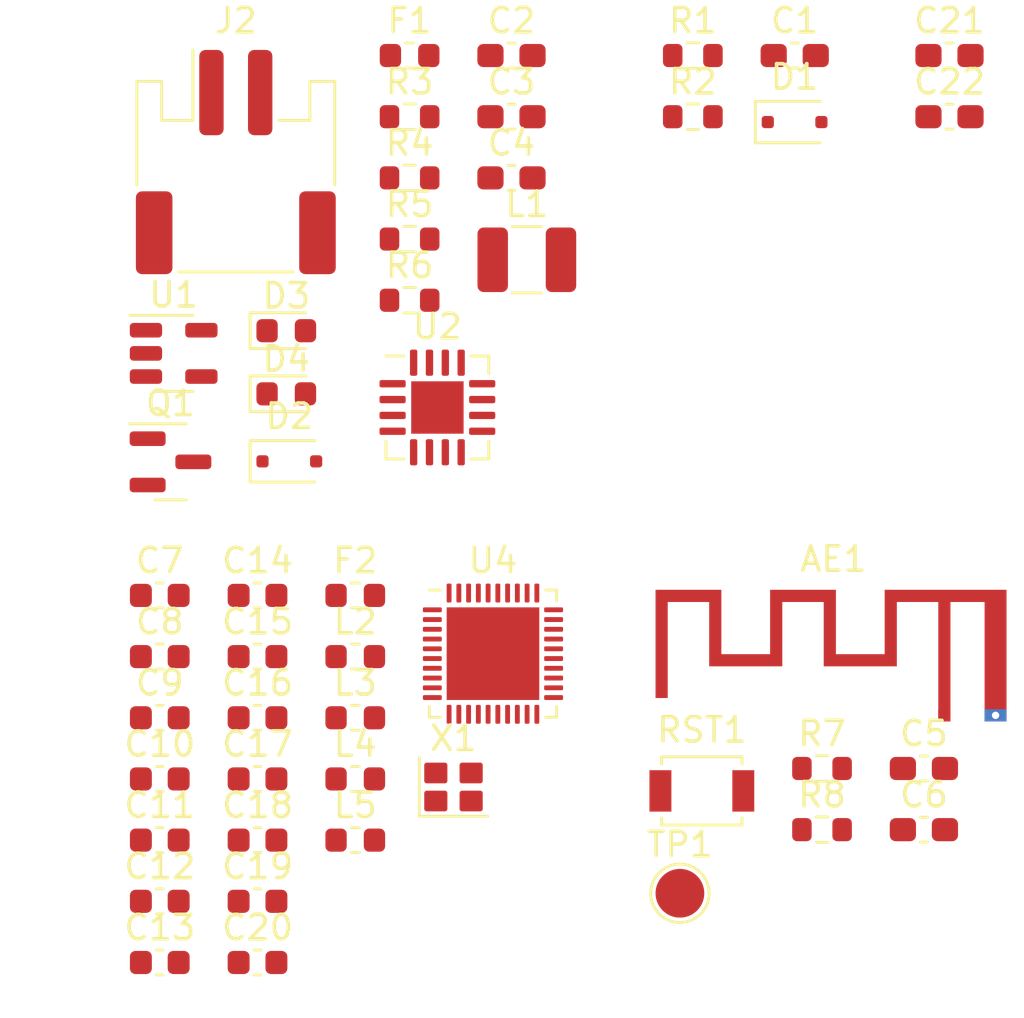
<source format=kicad_pcb>
(kicad_pcb (version 20221018) (generator pcbnew)
  (layers (0 "F.Cu" signal) (31 "B.Cu" signal) (34 "B.Paste" user) (35 "F.Paste" user) (36 "B.SilkS" user "B.Silkscreen") (37 "F.SilkS" user "F.Silkscreen") (38 "B.Mask" user) (39 "F.Mask" user) (44 "Edge.Cuts" user))
  (net 0 "")
  (net 1 "/MCU & Comms/MicroController/RF")
  (net 2 "VBUS")
  (net 3 "GND")
  (net 4 "Net-(U2-TIMER)")
  (net 5 "Net-(U2-SS)")
  (net 6 "BATT+")
  (net 7 "Net-(U3-V3)")
  (net 8 "Net-(U4-DEC1)")
  (net 9 "VDD")
  (net 10 "Net-(U4-DECUSB)")
  (net 11 "Net-(U4-DEC4)")
  (net 12 "Net-(U4-ANT_RF)")
  (net 13 "/MCU & Comms/MicroController/X1+")
  (net 14 "/MCU & Comms/MicroController/X1-")
  (net 15 "Net-(U4-DEC3)")
  (net 16 "Net-(C19-Pad1)")
  (net 17 "Net-(U5-V3)")
  (net 18 "Net-(D2-K)")
  (net 19 "Net-(D3-K)")
  (net 20 "Charge Fault")
  (net 21 "Net-(D4-K)")
  (net 22 "Charge Status")
  (net 23 "Net-(F1-Pad1)")
  (net 24 "VBAT")
  (net 25 "Net-(F2-Pad1)")
  (net 26 "Net-(U2-SW)")
  (net 27 "Net-(U2-SENSE)")
  (net 28 "Net-(L2-Pad2)")
  (net 29 "Net-(U4-DCC)")
  (net 30 "CC1")
  (net 31 "CC2")
  (net 32 "Net-(U2-IDET)")
  (net 33 "/MCU & Comms/MicroController/IO 3")
  (net 34 "/MCU & Comms/MicroController/RST")
  (net 35 "/MCU & Comms/MicroController/IO 5")
  (net 37 "/MCU & Comms/SDA")
  (net 38 "/MCU & Comms/SCL")
  (net 39 "DATA-")
  (net 40 "DATA+")
  (net 49 "/MCU & Comms/MicroController/IO 6")
  (footprint "Capacitor_SMD:C_0603_1608Metric_Pad1.08x0.95mm_HandSolder" (layer "F.Cu") (at 129.9475 69.372)
    (fp_text reference "C5" (at 0 -1.43) (layer "F.SilkS"))
    (fp_text value "C")
    (fp_line (start -0.146267 -0.51) (end 0.146267 -0.51) (stroke (width 0.12)) (layer "F.SilkS"))
    (fp_line (start -0.146267 0.51) (end 0.146267 0.51) (stroke (width 0.12)) (layer "F.SilkS"))
    (pad "1" smd roundrect (at -0.8625 0) (size 1.075 0.95) (layers "F.Cu" "F.Paste" "F.Mask") (net 7 "Net-(U3-V3)"))
    (pad "2" smd roundrect (at 0.8625 0) (size 1.075 0.95) (layers "F.Cu" "F.Paste" "F.Mask") (net 3 "GND"))
  )
  (footprint "LED_SMD:LED_0603_1608Metric" (layer "F.Cu") (at 103.7875 54.002)
    (fp_text reference "D4" (at 0 -1.43) (layer "F.SilkS"))
    (fp_text value "PLED")
    (fp_line (start -1.485 -0.735) (end -1.485 0.735) (stroke (width 0.12)) (layer "F.SilkS"))
    (fp_line (start -1.485 0.735) (end 0.8 0.735) (stroke (width 0.12)) (layer "F.SilkS"))
    (fp_line (start 0.8 -0.735) (end -1.485 -0.735) (stroke (width 0.12)) (layer "F.SilkS"))
    (pad "1" smd roundrect (at -0.7875 0) (size 0.875 0.95) (layers "F.Cu" "F.Paste" "F.Mask") (net 21 "Net-(D4-K)"))
    (pad "2" smd roundrect (at 0.7875 0) (size 0.875 0.95) (layers "F.Cu" "F.Paste" "F.Mask") (net 22 "Charge Status"))
  )
  (footprint "RF_Antenna:Texas_SWRA117D_2.4GHz_Left" (layer "F.Cu") (at 130.7875 67.192)
    (fp_text reference "AE1" (at -4.55 -6.41) (layer "F.SilkS"))
    (fp_text value "Antenna")
    (fp_poly (pts (xy -2.45 -2.51) (xy -4.45 -2.51) (xy -4.45 -5.15) (xy -7.15 -5.15) (xy -7.15 -2.51) (xy -9.15 -2.51) (xy -9.15 -5.15) (xy -11.85 -5.15) (xy -11.85 -0.71) (xy -11.35 -0.71) (xy -11.35 -4.65) (xy -9.65 -4.65) (xy -9.65 -2.01) (xy -6.65 -2.01) (xy -6.65 -4.65) (xy -4.95 -4.65) (xy -4.95 -2.01) (xy -1.95 -2.01) (xy -1.95 -4.65) (xy -0.25 -4.65) (xy -0.25 0.25) (xy 0.25 0.25) (xy 0.25 -4.65) (xy 1.65 -4.65) (xy 1.65 0.25) (xy 2.55 0.25) (xy 2.55 0.006785) (xy 2.247583 0.006785) (xy 2.237742 0.054395) (xy 2.213674 0.096797) (xy 2.175731 0.129581) (xy 2.167819 0.133935) (xy 2.125156 0.146043) (xy 2.076637 0.1453) (xy 2.031122 0.1324) (xy 2.012511 0.121787) (xy 1.978868 0.086553) (xy 1.958309 0.041368) (xy 1.951778 -0.008158) (xy 1.960218 -0.056417) (xy 1.977112 -0.088643) (xy 2.012372 -0.121313) (xy 2.057682 -0.141408) (xy 2.107267 -0.147982) (xy 2.155353 -0.140092) (xy 2.188245 -0.123186) (xy 2.223185 -0.086416) (xy 2.242847 -0.041622) (xy 2.247583 0.006785) (xy 2.55 0.006785) (xy 2.55 -5.15) (xy -2.45 -5.15) (xy -2.45 -2.51)) (fill solid) (layer "F.Cu"))
    (pad "1" connect rect (at 0 0) (size 0.5 0.5) (layers "F.Cu") (net 1 "/MCU & Comms/MicroController/RF"))
    (pad "2" thru_hole rect (at 2.1 0) (size 0.9 0.5) (drill 0.3) (layers "*.Cu"))
  )
  (footprint "Capacitor_SMD:C_0603_1608Metric_Pad1.08x0.95mm_HandSolder" (layer "F.Cu") (at 129.9475 71.882)
    (fp_text reference "C6" (at 0 -1.43) (layer "F.SilkS"))
    (fp_text value "C")
    (fp_line (start -0.146267 -0.51) (end 0.146267 -0.51) (stroke (width 0.12)) (layer "F.SilkS"))
    (fp_line (start -0.146267 0.51) (end 0.146267 0.51) (stroke (width 0.12)) (layer "F.SilkS"))
    (pad "1" smd roundrect (at -0.8625 0) (size 1.075 0.95) (layers "F.Cu" "F.Paste" "F.Mask") (net 2 "VBUS"))
    (pad "2" smd roundrect (at 0.8625 0) (size 1.075 0.95) (layers "F.Cu" "F.Paste" "F.Mask") (net 3 "GND"))
  )
  (footprint "Resistor_SMD:R_0603_1608Metric" (layer "F.Cu") (at 108.8475 47.652)
    (fp_text reference "R5" (at 0 -1.43) (layer "F.SilkS"))
    (fp_text value "1k")
    (fp_line (start -0.237258 -0.5225) (end 0.237258 -0.5225) (stroke (width 0.12)) (layer "F.SilkS"))
    (fp_line (start -0.237258 0.5225) (end 0.237258 0.5225) (stroke (width 0.12)) (layer "F.SilkS"))
    (pad "1" smd roundrect (at -0.825 0) (size 0.8 0.95) (layers "F.Cu" "F.Paste" "F.Mask") (net 21 "Net-(D4-K)"))
    (pad "2" smd roundrect (at 0.825 0) (size 0.8 0.95) (layers "F.Cu" "F.Paste" "F.Mask") (net 24 "VBAT"))
  )
  (footprint "Capacitor_SMD:C_0603_1608Metric" (layer "F.Cu") (at 98.5975 72.312)
    (fp_text reference "C11" (at 0 -1.43) (layer "F.SilkS"))
    (fp_text value "4.7µ")
    (fp_line (start -0.14058 -0.51) (end 0.14058 -0.51) (stroke (width 0.12)) (layer "F.SilkS"))
    (fp_line (start -0.14058 0.51) (end 0.14058 0.51) (stroke (width 0.12)) (layer "F.SilkS"))
    (pad "1" smd roundrect (at -0.775 0) (size 0.9 0.95) (layers "F.Cu" "F.Paste" "F.Mask") (net 10 "Net-(U4-DECUSB)"))
    (pad "2" smd roundrect (at 0.775 0) (size 0.9 0.95) (layers "F.Cu" "F.Paste" "F.Mask") (net 3 "GND"))
  )
  (footprint "Button_Switch_SMD:SW_SPST_B3U-1000P" (layer "F.Cu") (at 120.8375 70.292)
    (fp_text reference "RST1" (at 0 -2.5) (layer "F.SilkS"))
    (fp_text value "Jumper_2_Open")
    (fp_line (start -1.65 -1.4) (end 1.65 -1.4) (stroke (width 0.12)) (layer "F.SilkS"))
    (fp_line (start -1.65 -1.1) (end -1.65 -1.4) (stroke (width 0.12)) (layer "F.SilkS"))
    (fp_line (start -1.65 1.1) (end -1.65 1.4) (stroke (width 0.12)) (layer "F.SilkS"))
    (fp_line (start -1.65 1.4) (end 1.65 1.4) (stroke (width 0.12)) (layer "F.SilkS"))
    (fp_line (start 1.65 -1.4) (end 1.65 -1.1) (stroke (width 0.12)) (layer "F.SilkS"))
    (fp_line (start 1.65 1.4) (end 1.65 1.1) (stroke (width 0.12)) (layer "F.SilkS"))
    (pad "1" smd rect (at -1.7 0) (size 0.9 1.7) (layers "F.Cu" "F.Paste" "F.Mask") (net 3 "GND"))
    (pad "2" smd rect (at 1.7 0) (size 0.9 1.7) (layers "F.Cu" "F.Paste" "F.Mask") (net 34 "/MCU & Comms/MicroController/RST"))
  )
  (footprint "Capacitor_SMD:C_0603_1608Metric" (layer "F.Cu") (at 102.6075 69.802)
    (fp_text reference "C17" (at 0 -1.43) (layer "F.SilkS"))
    (fp_text value "12p ±2%")
    (fp_line (start -0.14058 -0.51) (end 0.14058 -0.51) (stroke (width 0.12)) (layer "F.SilkS"))
    (fp_line (start -0.14058 0.51) (end 0.14058 0.51) (stroke (width 0.12)) (layer "F.SilkS"))
    (pad "1" smd roundrect (at -0.775 0) (size 0.9 0.95) (layers "F.Cu" "F.Paste" "F.Mask") (net 14 "/MCU & Comms/MicroController/X1-"))
    (pad "2" smd roundrect (at 0.775 0) (size 0.9 0.95) (layers "F.Cu" "F.Paste" "F.Mask") (net 3 "GND"))
  )
  (footprint "Package_TO_SOT_SMD:SOT-23" (layer "F.Cu") (at 99.0375 56.792)
    (fp_text reference "Q1" (at 0 -2.4) (layer "F.SilkS"))
    (fp_text value "AO3421E\n")
    (fp_line (start 0 -1.56) (end -1.675 -1.56) (stroke (width 0.12)) (layer "F.SilkS"))
    (fp_line (start 0 -1.56) (end 0.65 -1.56) (stroke (width 0.12)) (layer "F.SilkS"))
    (fp_line (start 0 1.56) (end -0.65 1.56) (stroke (width 0.12)) (layer "F.SilkS"))
    (fp_line (start 0 1.56) (end 0.65 1.56) (stroke (width 0.12)) (layer "F.SilkS"))
    (pad "1" smd roundrect (at -0.9375 -0.95) (size 1.475 0.6) (layers "F.Cu" "F.Paste" "F.Mask") (net 2 "VBUS"))
    (pad "2" smd roundrect (at -0.9375 0.95) (size 1.475 0.6) (layers "F.Cu" "F.Paste" "F.Mask") (net 18 "Net-(D2-K)"))
    (pad "3" smd roundrect (at 0.9375 0) (size 1.475 0.6) (layers "F.Cu" "F.Paste" "F.Mask") (net 6 "BATT+"))
  )
  (footprint "Fuse:Fuse_0603_1608Metric" (layer "F.Cu") (at 108.8475 40.122)
    (fp_text reference "F1" (at 0 -1.43) (layer "F.SilkS"))
    (fp_text value "3A")
    (fp_line (start -0.162779 -0.51) (end 0.162779 -0.51) (stroke (width 0.12)) (layer "F.SilkS"))
    (fp_line (start -0.162779 0.51) (end 0.162779 0.51) (stroke (width 0.12)) (layer "F.SilkS"))
    (pad "1" smd roundrect (at -0.7875 0) (size 0.875 0.95) (layers "F.Cu" "F.Paste" "F.Mask") (net 23 "Net-(F1-Pad1)"))
    (pad "2" smd roundrect (at 0.7875 0) (size 0.875 0.95) (layers "F.Cu" "F.Paste" "F.Mask") (net 24 "VBAT"))
  )
  (footprint "Resistor_SMD:R_0603_1608Metric" (layer "F.Cu") (at 120.4675 42.632)
    (fp_text reference "R2" (at 0 -1.43) (layer "F.SilkS"))
    (fp_text value "5.1K")
    (fp_line (start -0.237258 -0.5225) (end 0.237258 -0.5225) (stroke (width 0.12)) (layer "F.SilkS"))
    (fp_line (start -0.237258 0.5225) (end 0.237258 0.5225) (stroke (width 0.12)) (layer "F.SilkS"))
    (pad "1" smd roundrect (at -0.825 0) (size 0.8 0.95) (layers "F.Cu" "F.Paste" "F.Mask") (net 31 "CC2"))
    (pad "2" smd roundrect (at 0.825 0) (size 0.8 0.95) (layers "F.Cu" "F.Paste" "F.Mask") (net 3 "GND"))
  )
  (footprint "Capacitor_SMD:C_0603_1608Metric" (layer "F.Cu") (at 102.6075 74.822)
    (fp_text reference "C19" (at 0 -1.43) (layer "F.SilkS"))
    (fp_text value "1.2p ±5%")
    (fp_line (start -0.14058 -0.51) (end 0.14058 -0.51) (stroke (width 0.12)) (layer "F.SilkS"))
    (fp_line (start -0.14058 0.51) (end 0.14058 0.51) (stroke (width 0.12)) (layer "F.SilkS"))
    (pad "1" smd roundrect (at -0.775 0) (size 0.9 0.95) (layers "F.Cu" "F.Paste" "F.Mask") (net 16 "Net-(C19-Pad1)"))
    (pad "2" smd roundrect (at 0.775 0) (size 0.9 0.95) (layers "F.Cu" "F.Paste" "F.Mask") (net 3 "GND"))
  )
  (footprint "Resistor_SMD:R_0603_1608Metric" (layer "F.Cu") (at 108.8475 42.632)
    (fp_text reference "R3" (at 0 -1.43) (layer "F.SilkS"))
    (fp_text value "100K")
    (fp_line (start -0.237258 -0.5225) (end 0.237258 -0.5225) (stroke (width 0.12)) (layer "F.SilkS"))
    (fp_line (start -0.237258 0.5225) (end 0.237258 0.5225) (stroke (width 0.12)) (layer "F.SilkS"))
    (pad "1" smd roundrect (at -0.825 0) (size 0.8 0.95) (layers "F.Cu" "F.Paste" "F.Mask") (net 2 "VBUS"))
    (pad "2" smd roundrect (at 0.825 0) (size 0.8 0.95) (layers "F.Cu" "F.Paste" "F.Mask") (net 3 "GND"))
  )
  (footprint "Capacitor_SMD:C_0603_1608Metric_Pad1.08x0.95mm_HandSolder" (layer "F.Cu") (at 130.9975 40.122)
    (fp_text reference "C21" (at 0 -1.43) (layer "F.SilkS"))
    (fp_text value "C")
    (fp_line (start -0.146267 -0.51) (end 0.146267 -0.51) (stroke (width 0.12)) (layer "F.SilkS"))
    (fp_line (start -0.146267 0.51) (end 0.146267 0.51) (stroke (width 0.12)) (layer "F.SilkS"))
    (pad "1" smd roundrect (at -0.8625 0) (size 1.075 0.95) (layers "F.Cu" "F.Paste" "F.Mask") (net 17 "Net-(U5-V3)"))
    (pad "2" smd roundrect (at 0.8625 0) (size 1.075 0.95) (layers "F.Cu" "F.Paste" "F.Mask") (net 3 "GND"))
  )
  (footprint "Inductor_SMD:L_0603_1608Metric" (layer "F.Cu") (at 106.6175 67.292)
    (fp_text reference "L3" (at 0 -1.43) (layer "F.SilkS"))
    (fp_text value "10µ")
    (fp_line (start -0.162779 -0.51) (end 0.162779 -0.51) (stroke (width 0.12)) (layer "F.SilkS"))
    (fp_line (start -0.162779 0.51) (end 0.162779 0.51) (stroke (width 0.12)) (layer "F.SilkS"))
    (pad "1" smd roundrect (at -0.7875 0) (size 0.875 0.95) (layers "F.Cu" "F.Paste" "F.Mask") (net 28 "Net-(L2-Pad2)"))
    (pad "2" smd roundrect (at 0.7875 0) (size 0.875 0.95) (layers "F.Cu" "F.Paste" "F.Mask") (net 29 "Net-(U4-DCC)"))
  )
  (footprint "Capacitor_SMD:C_0603_1608Metric" (layer "F.Cu") (at 98.5975 64.782)
    (fp_text reference "C8" (at 0 -1.43) (layer "F.SilkS"))
    (fp_text value "4.7µ")
    (fp_line (start -0.14058 -0.51) (end 0.14058 -0.51) (stroke (width 0.12)) (layer "F.SilkS"))
    (fp_line (start -0.14058 0.51) (end 0.14058 0.51) (stroke (width 0.12)) (layer "F.SilkS"))
    (pad "1" smd roundrect (at -0.775 0) (size 0.9 0.95) (layers "F.Cu" "F.Paste" "F.Mask") (net 9 "VDD"))
    (pad "2" smd roundrect (at 0.775 0) (size 0.9 0.95) (layers "F.Cu" "F.Paste" "F.Mask") (net 3 "GND"))
  )
  (footprint "Capacitor_SMD:C_0603_1608Metric" (layer "F.Cu") (at 98.5975 69.802)
    (fp_text reference "C10" (at 0 -1.43) (layer "F.SilkS"))
    (fp_text value "1µ")
    (fp_line (start -0.14058 -0.51) (end 0.14058 -0.51) (stroke (width 0.12)) (layer "F.SilkS"))
    (fp_line (start -0.14058 0.51) (end 0.14058 0.51) (stroke (width 0.12)) (layer "F.SilkS"))
    (pad "1" smd roundrect (at -0.775 0) (size 0.9 0.95) (layers "F.Cu" "F.Paste" "F.Mask") (net 9 "VDD"))
    (pad "2" smd roundrect (at 0.775 0) (size 0.9 0.95) (layers "F.Cu" "F.Paste" "F.Mask") (net 3 "GND"))
  )
  (footprint "Inductor_SMD:L_0603_1608Metric" (layer "F.Cu") (at 106.6175 64.782)
    (fp_text reference "L2" (at 0 -1.43) (layer "F.SilkS"))
    (fp_text value "15n")
    (fp_line (start -0.162779 -0.51) (end 0.162779 -0.51) (stroke (width 0.12)) (layer "F.SilkS"))
    (fp_line (start -0.162779 0.51) (end 0.162779 0.51) (stroke (width 0.12)) (layer "F.SilkS"))
    (pad "1" smd roundrect (at -0.7875 0) (size 0.875 0.95) (layers "F.Cu" "F.Paste" "F.Mask") (net 11 "Net-(U4-DEC4)"))
    (pad "2" smd roundrect (at 0.7875 0) (size 0.875 0.95) (layers "F.Cu" "F.Paste" "F.Mask") (net 28 "Net-(L2-Pad2)"))
  )
  (footprint "Capacitor_SMD:C_0603_1608Metric" (layer "F.Cu") (at 98.5975 62.272)
    (fp_text reference "C7" (at 0 -1.43) (layer "F.SilkS"))
    (fp_text value "100n")
    (fp_line (start -0.14058 -0.51) (end 0.14058 -0.51) (stroke (width 0.12)) (layer "F.SilkS"))
    (fp_line (start -0.14058 0.51) (end 0.14058 0.51) (stroke (width 0.12)) (layer "F.SilkS"))
    (pad "1" smd roundrect (at -0.775 0) (size 0.9 0.95) (layers "F.Cu" "F.Paste" "F.Mask") (net 8 "Net-(U4-DEC1)"))
    (pad "2" smd roundrect (at 0.775 0) (size 0.9 0.95) (layers "F.Cu" "F.Paste" "F.Mask") (net 3 "GND"))
  )
  (footprint "Capacitor_SMD:C_0603_1608Metric_Pad1.08x0.95mm_HandSolder" (layer "F.Cu") (at 124.6475 40.122)
    (fp_text reference "C1" (at 0 -1.43) (layer "F.SilkS"))
    (fp_text value "10uF")
    (fp_line (start -0.146267 -0.51) (end 0.146267 -0.51) (stroke (width 0.12)) (layer "F.SilkS"))
    (fp_line (start -0.146267 0.51) (end 0.146267 0.51) (stroke (width 0.12)) (layer "F.SilkS"))
    (pad "1" smd roundrect (at -0.8625 0) (size 1.075 0.95) (layers "F.Cu" "F.Paste" "F.Mask") (net 2 "VBUS"))
    (pad "2" smd roundrect (at 0.8625 0) (size 1.075 0.95) (layers "F.Cu" "F.Paste" "F.Mask") (net 3 "GND"))
  )
  (footprint "Capacitor_SMD:C_0603_1608Metric" (layer "F.Cu") (at 102.6075 67.292)
    (fp_text reference "C16" (at 0 -1.43) (layer "F.SilkS"))
    (fp_text value "12p ±2%")
    (fp_line (start -0.14058 -0.51) (end 0.14058 -0.51) (stroke (width 0.12)) (layer "F.SilkS"))
    (fp_line (start -0.14058 0.51) (end 0.14058 0.51) (stroke (width 0.12)) (layer "F.SilkS"))
    (pad "1" smd roundrect (at -0.775 0) (size 0.9 0.95) (layers "F.Cu" "F.Paste" "F.Mask") (net 13 "/MCU & Comms/MicroController/X1+"))
    (pad "2" smd roundrect (at 0.775 0) (size 0.9 0.95) (layers "F.Cu" "F.Paste" "F.Mask") (net 3 "GND"))
  )
  (footprint "Resistor_SMD:R_0603_1608Metric" (layer "F.Cu") (at 120.4675 40.122)
    (fp_text reference "R1" (at 0 -1.43) (layer "F.SilkS"))
    (fp_text value "5.1K")
    (fp_line (start -0.237258 -0.5225) (end 0.237258 -0.5225) (stroke (width 0.12)) (layer "F.SilkS"))
    (fp_line (start -0.237258 0.5225) (end 0.237258 0.5225) (stroke (width 0.12)) (layer "F.SilkS"))
    (pad "1" smd roundrect (at -0.825 0) (size 0.8 0.95) (layers "F.Cu" "F.Paste" "F.Mask") (net 30 "CC1"))
    (pad "2" smd roundrect (at 0.825 0) (size 0.8 0.95) (layers "F.Cu" "F.Paste" "F.Mask") (net 3 "GND"))
  )
  (footprint "Package_TO_SOT_SMD:SOT-23-5" (layer "F.Cu") (at 99.1675 52.342)
    (fp_text reference "U1" (at 0 -2.4) (layer "F.SilkS"))
    (fp_text value "AP2112K-3.3TRG1\n")
    (fp_line (start 0 -1.56) (end -1.8 -1.56) (stroke (width 0.12)) (layer "F.SilkS"))
    (fp_line (start 0 -1.56) (end 0.8 -1.56) (stroke (width 0.12)) (layer "F.SilkS"))
    (fp_line (start 0 1.56) (end -0.8 1.56) (stroke (width 0.12)) (layer "F.SilkS"))
    (fp_line (start 0 1.56) (end 0.8 1.56) (stroke (width 0.12)) (layer "F.SilkS"))
    (pad "1" smd roundrect (at -1.1375 -0.95) (size 1.325 0.6) (layers "F.Cu" "F.Paste" "F.Mask") (net 18 "Net-(D2-K)"))
    (pad "2" smd roundrect (at -1.1375 0) (size 1.325 0.6) (layers "F.Cu" "F.Paste" "F.Mask") (net 3 "GND"))
    (pad "3" smd roundrect (at -1.1375 0.95) (size 1.325 0.6) (layers "F.Cu" "F.Paste" "F.Mask") (net 18 "Net-(D2-K)"))
    (pad "4" smd roundrect (at 1.1375 0.95) (size 1.325 0.6) (layers "F.Cu" "F.Paste" "F.Mask"))
    (pad "5" smd roundrect (at 1.1375 -0.95) (size 1.325 0.6) (layers "F.Cu" "F.Paste" "F.Mask") (net 9 "VDD"))
  )
  (footprint "Diode_SMD:D_SOD-323F" (layer "F.Cu") (at 124.6425 42.852)
    (fp_text reference "D1" (at 0 -1.85) (layer "F.SilkS"))
    (fp_text value "BZT52C5V6S-7-F")
    (fp_line (start -1.61 -0.85) (end -1.61 0.85) (stroke (width 0.12)) (layer "F.SilkS"))
    (fp_line (start -1.61 -0.85) (end 1.05 -0.85) (stroke (width 0.12)) (layer "F.SilkS"))
    (fp_line (start -1.61 0.85) (end 1.05 0.85) (stroke (width 0.12)) (layer "F.SilkS"))
    (pad "1" smd roundrect (at -1.1 0) (size 0.5 0.5) (layers "F.Cu" "F.Paste" "F.Mask") (net 2 "VBUS"))
    (pad "2" smd roundrect (at 1.1 0) (size 0.5 0.5) (layers "F.Cu" "F.Paste" "F.Mask") (net 3 "GND"))
  )
  (footprint "Resistor_SMD:R_0603_1608Metric" (layer "F.Cu") (at 108.8475 50.162)
    (fp_text reference "R6" (at 0 -1.43) (layer "F.SilkS"))
    (fp_text value "274")
    (fp_line (start -0.237258 -0.5225) (end 0.237258 -0.5225) (stroke (width 0.12)) (layer "F.SilkS"))
    (fp_line (start -0.237258 0.5225) (end 0.237258 0.5225) (stroke (width 0.12)) (layer "F.SilkS"))
    (pad "1" smd roundrect (at -0.825 0) (size 0.8 0.95) (layers "F.Cu" "F.Paste" "F.Mask") (net 32 "Net-(U2-IDET)"))
    (pad "2" smd roundrect (at 0.825 0) (size 0.8 0.95) (layers "F.Cu" "F.Paste" "F.Mask") (net 3 "GND"))
  )
  (footprint "Capacitor_SMD:C_0603_1608Metric_Pad1.08x0.95mm_HandSolder" (layer "F.Cu") (at 113.0275 40.122)
    (fp_text reference "C2" (at 0 -1.43) (layer "F.SilkS"))
    (fp_text value "0.22µ")
    (fp_line (start -0.146267 -0.51) (end 0.146267 -0.51) (stroke (width 0.12)) (layer "F.SilkS"))
    (fp_line (start -0.146267 0.51) (end 0.146267 0.51) (stroke (width 0.12)) (layer "F.SilkS"))
    (pad "1" smd roundrect (at -0.8625 0) (size 1.075 0.95) (layers "F.Cu" "F.Paste" "F.Mask") (net 3 "GND"))
    (pad "2" smd roundrect (at 0.8625 0) (size 1.075 0.95) (layers "F.Cu" "F.Paste" "F.Mask") (net 4 "Net-(U2-TIMER)"))
  )
  (footprint "Capacitor_SMD:C_0603_1608Metric" (layer "F.Cu") (at 102.6075 62.272)
    (fp_text reference "C14" (at 0 -1.43) (layer "F.SilkS"))
    (fp_text value "1p ±2%")
    (fp_line (start -0.14058 -0.51) (end 0.14058 -0.51) (stroke (width 0.12)) (layer "F.SilkS"))
    (fp_line (start -0.14058 0.51) (end 0.14058 0.51) (stroke (width 0.12)) (layer "F.SilkS"))
    (pad "1" smd roundrect (at -0.775 0) (size 0.9 0.95) (layers "F.Cu" "F.Paste" "F.Mask") (net 12 "Net-(U4-ANT_RF)"))
    (pad "2" smd roundrect (at 0.775 0) (size 0.9 0.95) (layers "F.Cu" "F.Paste" "F.Mask") (net 3 "GND"))
  )
  (footprint "Capacitor_SMD:C_0603_1608Metric" (layer "F.Cu") (at 102.6075 77.332)
    (fp_text reference "C20" (at 0 -1.43) (layer "F.SilkS"))
    (fp_text value "100n")
    (fp_line (start -0.14058 -0.51) (end 0.14058 -0.51) (stroke (width 0.12)) (layer "F.SilkS"))
    (fp_line (start -0.14058 0.51) (end 0.14058 0.51) (stroke (width 0.12)) (layer "F.SilkS"))
    (pad "1" smd roundrect (at -0.775 0) (size 0.9 0.95) (layers "F.Cu" "F.Paste" "F.Mask") (net 9 "VDD"))
    (pad "2" smd roundrect (at 0.775 0) (size 0.9 0.95) (layers "F.Cu" "F.Paste" "F.Mask") (net 3 "GND"))
  )
  (footprint "Crystal:Crystal_SMD_SeikoEpson_FA128-4Pin_2.0x1.6mm" (layer "F.Cu") (at 110.6475 70.132)
    (fp_text reference "X1" (at 0 -2) (layer "F.SilkS"))
    (fp_text value "32MHz ±40 ppm")
    (fp_line (start -1.4 -1.2) (end -1.4 1.2) (stroke (width 0.12)) (layer "F.SilkS"))
    (fp_line (start -1.4 1.2) (end 1.4 1.2) (stroke (width 0.12)) (layer "F.SilkS"))
    (pad "1" smd roundrect (at -0.725 0.575) (size 0.95 0.85) (layers "F.Cu" "F.Paste" "F.Mask") (roundrect_rratio 0.12) (net 14 "/MCU & Comms/MicroController/X1-"))
    (pad "2" smd roundrect (at 0.725 0.575) (size 0.95 0.85) (layers "F.Cu" "F.Paste" "F.Mask") (roundrect_rratio 0.12) (net 13 "/MCU & Comms/MicroController/X1+"))
    (pad "3" smd roundrect (at 0.725 -0.575) (size 0.95 0.85) (layers "F.Cu" "F.Paste" "F.Mask") (roundrect_rratio 0.12))
    (pad "4" smd roundrect (at -0.725 -0.575) (size 0.95 0.85) (layers "F.Cu" "F.Paste" "F.Mask") (roundrect_rratio 0.12))
  )
  (footprint "Capacitor_SMD:C_0603_1608Metric" (layer "F.Cu") (at 98.5975 74.822)
    (fp_text reference "C12" (at 0 -1.43) (layer "F.SilkS"))
    (fp_text value "1µ")
    (fp_line (start -0.14058 -0.51) (end 0.14058 -0.51) (stroke (width 0.12)) (layer "F.SilkS"))
    (fp_line (start -0.14058 0.51) (end 0.14058 0.51) (stroke (width 0.12)) (layer "F.SilkS"))
    (pad "1" smd roundrect (at -0.775 0) (size 0.9 0.95) (layers "F.Cu" "F.Paste" "F.Mask") (net 11 "Net-(U4-DEC4)"))
    (pad "2" smd roundrect (at 0.775 0) (size 0.9 0.95) (layers "F.Cu" "F.Paste" "F.Mask") (net 3 "GND"))
  )
  (footprint "Resistor_SMD:R_0603_1608Metric" (layer "F.Cu") (at 108.8475 45.142)
    (fp_text reference "R4" (at 0 -1.43) (layer "F.SilkS"))
    (fp_text value "470")
    (fp_line (start -0.237258 -0.5225) (end 0.237258 -0.5225) (stroke (width 0.12)) (layer "F.SilkS"))
    (fp_line (start -0.237258 0.5225) (end 0.237258 0.5225) (stroke (width 0.12)) (layer "F.SilkS"))
    (pad "1" smd roundrect (at -0.825 0) (size 0.8 0.95) (layers "F.Cu" "F.Paste" "F.Mask") (net 19 "Net-(D3-K)"))
    (pad "2" smd roundrect (at 0.825 0) (size 0.8 0.95) (layers "F.Cu" "F.Paste" "F.Mask") (net 3 "GND"))
  )
  (footprint "Inductor_SMD:L_0603_1608Metric" (layer "F.Cu") (at 106.6175 69.802)
    (fp_text reference "L4" (at 0 -1.43) (layer "F.SilkS"))
    (fp_text value "4.7n ±5%")
    (fp_line (start -0.162779 -0.51) (end 0.162779 -0.51) (stroke (width 0.12)) (layer "F.SilkS"))
    (fp_line (start -0.162779 0.51) (end 0.162779 0.51) (stroke (width 0.12)) (layer "F.SilkS"))
    (pad "1" smd roundrect (at -0.7875 0) (size 0.875 0.95) (layers "F.Cu" "F.Paste" "F.Mask") (net 12 "Net-(U4-ANT_RF)"))
    (pad "2" smd roundrect (at 0.7875 0) (size 0.875 0.95) (layers "F.Cu" "F.Paste" "F.Mask") (net 16 "Net-(C19-Pad1)"))
  )
  (footprint "Capacitor_SMD:C_0603_1608Metric_Pad1.08x0.95mm_HandSolder" (layer "F.Cu") (at 113.0275 42.632)
    (fp_text reference "C3" (at 0 -1.43) (layer "F.SilkS"))
    (fp_text value "0.1µ")
    (fp_line (start -0.146267 -0.51) (end 0.146267 -0.51) (stroke (width 0.12)) (layer "F.SilkS"))
    (fp_line (start -0.146267 0.51) (end 0.146267 0.51) (stroke (width 0.12)) (layer "F.SilkS"))
    (pad "1" smd roundrect (at -0.8625 0) (size 1.075 0.95) (layers "F.Cu" "F.Paste" "F.Mask") (net 3 "GND"))
    (pad "2" smd roundrect (at 0.8625 0) (size 1.075 0.95) (layers "F.Cu" "F.Paste" "F.Mask") (net 5 "Net-(U2-SS)"))
  )
  (footprint "TestPoint:TestPoint_Pad_D2.0mm" (layer "F.Cu") (at 119.9375 74.492)
    (fp_text reference "TP1" (at 0 -1.998) (layer "F.SilkS"))
    (fp_text value "TestPoint")
    (fp_circle (center 0 0) (end 0 1.2) (stroke (width 0.12)) (fill none) (layer "F.SilkS"))
    (pad "1" smd circle (at 0 0) (size 2 2) (layers "F.Cu" "F.Mask") (net 35 "/MCU & Comms/MicroController/IO 5"))
  )
  (footprint "Package_DFN_QFN:QFN-16-1EP_4x4mm_P0.65mm_EP2.15x2.15mm" (layer "F.Cu") (at 109.9875 54.562)
    (fp_text reference "U2" (at 0 -3.32) (layer "F.SilkS"))
    (fp_text value "LTC4001EUF#TRPBF\n")
    (fp_line (start -2.11 2.11) (end -2.11 1.385) (stroke (width 0.12)) (layer "F.SilkS"))
    (fp_line (start -1.385 -2.11) (end -2.11 -2.11) (stroke (width 0.12)) (layer "F.SilkS"))
    (fp_line (start -1.385 2.11) (end -2.11 2.11) (stroke (width 0.12)) (layer "F.SilkS"))
    (fp_line (start 1.385 -2.11) (end 2.11 -2.11) (stroke (width 0.12)) (layer "F.SilkS"))
    (fp_line (start 1.385 2.11) (end 2.11 2.11) (stroke (width 0.12)) (layer "F.SilkS"))
    (fp_line (start 2.11 -2.11) (end 2.11 -1.385) (stroke (width 0.12)) (layer "F.SilkS"))
    (fp_line (start 2.11 2.11) (end 2.11 1.385) (stroke (width 0.12)) (layer "F.SilkS"))
    (pad "1" smd roundrect (at -1.8375 -0.975) (size 1.075 0.3) (layers "F.Cu" "F.Paste" "F.Mask") (net 6 "BATT+"))
    (pad "2" smd roundrect (at -1.8375 -0.325) (size 1.075 0.3) (layers "F.Cu" "F.Paste" "F.Mask") (net 27 "Net-(U2-SENSE)"))
    (pad "3" smd roundrect (at -1.8375 0.325) (size 1.075 0.3) (layers "F.Cu" "F.Paste" "F.Mask") (net 3 "GND"))
    (pad "4" smd roundrect (at -1.8375 0.975) (size 1.075 0.3) (layers "F.Cu" "F.Paste" "F.Mask") (net 3 "GND"))
    (pad "5" smd roundrect (at -0.975 1.8375) (size 0.3 1.075) (layers "F.Cu" "F.Paste" "F.Mask") (net 26 "Net-(U2-SW)"))
    (pad "6" smd roundrect (at -0.325 1.8375) (size 0.3 1.075) (layers "F.Cu" "F.Paste" "F.Mask") (net 3 "GND"))
    (pad "7" smd roundrect (at 0.325 1.8375) (size 0.3 1.075) (layers "F.Cu" "F.Paste" "F.Mask") (net 22 "Charge Status"))
    (pad "8" smd roundrect (at 0.975 1.8375) (size 0.3 1.075) (layers "F.Cu" "F.Paste" "F.Mask") (net 2 "VBUS"))
    (pad "9" smd roundrect (at 1.8375 0.975) (size 1.075 0.3) (layers "F.Cu" "F.Paste" "F.Mask") (net 2 "VBUS"))
    (pad "10" smd roundrect (at 1.8375 0.325) (size 1.075 0.3) (layers "F.Cu" "F.Paste" "F.Mask") (net 20 "Charge Fault"))
    (pad "11" smd roundrect (at 1.8375 -0.325) (size 1.075 0.3) (layers "F.Cu" "F.Paste" "F.Mask") (net 3 "GND"))
    (pad "12" smd roundrect (at 1.8375 -0.975) (size 1.075 0.3) (layers "F.Cu" "F.Paste" "F.Mask") (net 32 "Net-(U2-IDET)"))
    (pad "13" smd roundrect (at 0.975 -1.8375) (size 0.3 1.075) (layers "F.Cu" "F.Paste" "F.Mask") (net 32 "Net-(U2-IDET)"))
    (pad "14" smd roundrect (at 0.325 -1.8375) (size 0.3 1.075) (layers "F.Cu" "F.Paste" "F.Mask") (net 5 "Net-(U2-SS)"))
    (pad "15" smd roundrect (at -0.325 -1.8375) (size 0.3 1.075) (layers "F.Cu" "F.Paste" "F.Mask") (net 4 "Net-(U2-TIMER)"))
    (pad "16" smd roundrect (at -0.975 -1.8375) (size 0.3 1.075) (layers "F.Cu" "F.Paste" "F.Mask") (net 6 "BATT+"))
    (pad "17" smd rect (at 0 0) (size 2.15 2.15) (layers "F.Cu" "F.Mask") (net 3 "GND"))
  )
  (footprint "Resistor_SMD:R_0603_1608Metric" (layer "F.Cu") (at 125.7675 69.372)
    (fp_text reference "R7" (at 0 -1.43) (layer "F.SilkS"))
    (fp_text value "820K")
    (fp_line (start -0.237258 -0.5225) (end 0.237258 -0.5225) (stroke (width 0.12)) (layer "F.SilkS"))
    (fp_line (start -0.237258 0.5225) (end 0.237258 0.5225) (stroke (width 0.12)) (layer "F.SilkS"))
    (pad "1" smd roundrect (at -0.825 0) (size 0.8 0.95) (layers "F.Cu" "F.Paste" "F.Mask") (net 6 "BATT+"))
    (pad "2" smd roundrect (at 0.825 0) (size 0.8 0.95) (layers "F.Cu" "F.Paste" "F.Mask") (net 33 "/MCU & Comms/MicroController/IO 3"))
  )
  (footprint "Connector_JST:JST_PH_S2B-PH-SM4-TB_1x02-1MP_P2.00mm_Horizontal" (layer "F.Cu") (at 101.7175 44.492)
    (fp_text reference "J2" (at 0 -5.8) (layer "F.SilkS"))
    (fp_text value "JS2 XH 2.5")
    (fp_line (start -4.06 -3.31) (end -3.04 -3.31) (stroke (width 0.12)) (layer "F.SilkS"))
    (fp_line (start -4.06 0.94) (end -4.06 -3.31) (stroke (width 0.12)) (layer "F.SilkS"))
    (fp_line (start -3.04 -3.31) (end -3.04 -1.71) (stroke (width 0.12)) (layer "F.SilkS"))
    (fp_line (start -3.04 -1.71) (end -1.76 -1.71) (stroke (width 0.12)) (layer "F.SilkS"))
    (fp_line (start -2.34 4.51) (end 2.34 4.51) (stroke (width 0.12)) (layer "F.SilkS"))
    (fp_line (start -1.76 -1.71) (end -1.76 -4.6) (stroke (width 0.12)) (layer "F.SilkS"))
    (fp_line (start 3.04 -3.31) (end 3.04 -1.71) (stroke (width 0.12)) (layer "F.SilkS"))
    (fp_line (start 3.04 -1.71) (end 1.76 -1.71) (stroke (width 0.12)) (layer "F.SilkS"))
    (fp_line (start 4.06 -3.31) (end 3.04 -3.31) (stroke (width 0.12)) (layer "F.SilkS"))
    (fp_line (start 4.06 0.94) (end 4.06 -3.31) (stroke (width 0.12)) (layer "F.SilkS"))
    (pad "1" smd roundrect (at -1 -2.85) (size 1 3.5) (layers "F.Cu" "F.Paste" "F.Mask") (net 6 "BATT+"))
    (pad "2" smd roundrect (at 1 -2.85) (size 1 3.5) (layers "F.Cu" "F.Paste" "F.Mask") (net 3 "GND"))
    (pad "MP" smd roundrect (at -3.35 2.9) (size 1.5 3.4) (layers "F.Cu" "F.Paste" "F.Mask") (roundrect_rratio 0.166667))
    (pad "MP" smd roundrect (at 3.35 2.9) (size 1.5 3.4) (layers "F.Cu" "F.Paste" "F.Mask") (roundrect_rratio 0.166667))
  )
  (footprint "Inductor_SMD:L_1210_3225Metric" (layer "F.Cu") (at 113.6575 48.502)
    (fp_text reference "L1" (at 0 -2.28) (layer "F.SilkS"))
    (fp_text value "1.5µ")
    (fp_line (start -0.602064 -1.36) (end 0.602064 -1.36) (stroke (width 0.12)) (layer "F.SilkS"))
    (fp_line (start -0.602064 1.36) (end 0.602064 1.36) (stroke (width 0.12)) (layer "F.SilkS"))
    (pad "1" smd roundrect (at -1.4 0) (size 1.25 2.65) (layers "F.Cu" "F.Paste" "F.Mask") (roundrect_rratio 0.2) (net 26 "Net-(U2-SW)"))
    (pad "2" smd roundrect (at 1.4 0) (size 1.25 2.65) (layers "F.Cu" "F.Paste" "F.Mask") (roundrect_rratio 0.2) (net 27 "Net-(U2-SENSE)"))
  )
  (footprint "LED_SMD:LED_0603_1608Metric" (layer "F.Cu") (at 103.7875 51.412)
    (fp_text reference "D3" (at 0 -1.43) (layer "F.SilkS"))
    (fp_text value "C_Fault")
    (fp_line (start -1.485 -0.735) (end -1.485 0.735) (stroke (width 0.12)) (layer "F.SilkS"))
    (fp_line (start -1.485 0.735) (end 0.8 0.735) (stroke (width 0.12)) (layer "F.SilkS"))
    (fp_line (start 0.8 -0.735) (end -1.485 -0.735) (stroke (width 0.12)) (layer "F.SilkS"))
    (pad "1" smd roundrect (at -0.7875 0) (size 0.875 0.95) (layers "F.Cu" "F.Paste" "F.Mask") (net 19 "Net-(D3-K)"))
    (pad "2" smd roundrect (at 0.7875 0) (size 0.875 0.95) (layers "F.Cu" "F.Paste" "F.Mask") (net 20 "Charge Fault"))
  )
  (footprint "Fuse:Fuse_0603_1608Metric" (layer "F.Cu") (at 106.6175 62.272)
    (fp_text reference "F2" (at 0 -1.43) (layer "F.SilkS"))
    (fp_text value "04941.25NRHF")
    (fp_line (start -0.162779 -0.51) (end 0.162779 -0.51) (stroke (width 0.12)) (layer "F.SilkS"))
    (fp_line (start -0.162779 0.51) (end 0.162779 0.51) (stroke (width 0.12)) (layer "F.SilkS"))
    (pad "1" smd roundrect (at -0.7875 0) (size 0.875 0.95) (layers "F.Cu" "F.Paste" "F.Mask") (net 25 "Net-(F2-Pad1)"))
    (pad "2" smd roundrect (at 0.7875 0) (size 0.875 0.95) (layers "F.Cu" "F.Paste" "F.Mask") (net 9 "VDD"))
  )
  (footprint "Inductor_SMD:L_0603_1608Metric" (layer "F.Cu") (at 106.6175 72.312)
    (fp_text reference "L5" (at 0 -1.43) (layer "F.SilkS"))
    (fp_text value "2.2n ±5%")
    (fp_line (start -0.162779 -0.51) (end 0.162779 -0.51) (stroke (width 0.12)) (layer "F.SilkS"))
    (fp_line (start -0.162779 0.51) (end 0.162779 0.51) (stroke (width 0.12)) (layer "F.SilkS"))
    (pad "1" smd roundrect (at -0.7875 0) (size 0.875 0.95) (layers "F.Cu" "F.Paste" "F.Mask") (net 16 "Net-(C19-Pad1)"))
    (pad "2" smd roundrect (at 0.7875 0) (size 0.875 0.95) (layers "F.Cu" "F.Paste" "F.Mask") (net 1 "/MCU & Comms/MicroController/RF"))
  )
  (footprint "Capacitor_SMD:C_0603_1608Metric_Pad1.08x0.95mm_HandSolder" (layer "F.Cu") (at 130.9975 42.632)
    (fp_text reference "C22" (at 0 -1.43) (layer "F.SilkS"))
    (fp_text value "C")
    (fp_line (start -0.146267 -0.51) (end 0.146267 -0.51) (stroke (width 0.12)) (layer "F.SilkS"))
    (fp_line (start -0.146267 0.51) (end 0.146267 0.51) (stroke (width 0.12)) (layer "F.SilkS"))
    (pad "1" smd roundrect (at -0.8625 0) (size 1.075 0.95) (layers "F.Cu" "F.Paste" "F.Mask") (net 2 "VBUS"))
    (pad "2" smd roundrect (at 0.8625 0) (size 1.075 0.95) (layers "F.Cu" "F.Paste" "F.Mask") (net 3 "GND"))
  )
  (footprint "Capacitor_SMD:C_0603_1608Metric" (layer "F.Cu") (at 102.6075 72.312)
    (fp_text reference "C18" (at 0 -1.43) (layer "F.SilkS"))
    (fp_text value "100p ±5%")
    (fp_line (start -0.14058 -0.51) (end 0.14058 -0.51) (stroke (width 0.12)) (layer "F.SilkS"))
    (fp_line (start -0.14058 0.51) (end 0.14058 0.51) (stroke (width 0.12)) (layer "F.SilkS"))
    (pad "1" smd roundrect (at -0.775 0) (size 0.9 0.95) (layers "F.Cu" "F.Paste" "F.Mask") (net 15 "Net-(U4-DEC3)"))
    (pad "2" smd roundrect (at 0.775 0) (size 0.9 0.95) (layers "F.Cu" "F.Paste" "F.Mask") (net 3 "GND"))
  )
  (footprint "Capacitor_SMD:C_0603_1608Metric_Pad1.08x0.95mm_HandSolder" (layer "F.Cu") (at 113.0275 45.142)
    (fp_text reference "C4" (at 0 -1.43) (layer "F.SilkS"))
    (fp_text value "10µ")
    (fp_line (start -0.146267 -0.51) (end 0.146267 -0.51) (stroke (width 0.12)) (layer "F.SilkS"))
    (fp_line (start -0.146267 0.51) (end 0.146267 0.51) (stroke (width 0.12)) (layer "F.SilkS"))
    (pad "1" smd roundrect (at -0.8625 0) (size 1.075 0.95) (layers "F.Cu" "F.Paste" "F.Mask") (net 6 "BATT+"))
    (pad "2" smd roundrect (at 0.8625 0) (size 1.075 0.95) (layers "F.Cu" "F.Paste" "F.Mask") (net 3 "GND"))
  )
  (footprint "Capacitor_SMD:C_0603_1608Metric" (layer "F.Cu") (at 98.5975 77.332)
    (fp_text reference "C13" (at 0 -1.43) (layer "F.SilkS"))
    (fp_text value "47n")
    (fp_line (start -0.14058 -0.51) (end 0.14058 -0.51) (stroke (width 0.12)) (layer "F.SilkS"))
    (fp_line (start -0.14058 0.51) (end 0.14058 0.51) (stroke (width 0.12)) (layer "F.SilkS"))
    (pad "1" smd roundrect (at -0.775 0) (size 0.9 0.95) (layers "F.Cu" "F.Paste" "F.Mask") (net 11 "Net-(U4-DEC4)"))
    (pad "2" smd roundrect (at 0.775 0) (size 0.9 0.95) (layers "F.Cu" "F.Paste" "F.Mask") (net 3 "GND"))
  )
  (footprint "Capacitor_SMD:C_0603_1608Metric" (layer "F.Cu") (at 98.5975 67.292)
    (fp_text reference "C9" (at 0 -1.43) (layer "F.SilkS"))
    (fp_text value "4.7µ")
    (fp_line (start -0.14058 -0.51) (end 0.14058 -0.51) (stroke (width 0.12)) (layer "F.SilkS"))
    (fp_line (start -0.14058 0.51) (end 0.14058 0.51) (stroke (width 0.12)) (layer "F.SilkS"))
    (pad "1" smd roundrect (at -0.775 0) (size 0.9 0.95) (layers "F.Cu" "F.Paste" "F.Mask") (net 2 "VBUS"))
    (pad "2" smd roundrect (at 0.775 0) (size 0.9 0.95) (layers "F.Cu" "F.Paste" "F.Mask") (net 3 "GND"))
  )
  (footprint "Package_DFN_QFN:QFN-40-1EP_5x5mm_P0.4mm_EP3.8x3.8mm" (layer "F.Cu") (at 112.2675 64.662)
    (fp_text reference "U4" (at 0 -3.82) (layer "F.SilkS"))
    (fp_text value "~")
    (fp_line (start -2.61 2.61) (end -2.61 2.16) (stroke (width 0.12)) (layer "F.SilkS"))
    (fp_line (start -2.16 -2.61) (end -2.61 -2.61) (stroke (width 0.12)) (layer "F.SilkS"))
    (fp_line (start -2.16 2.61) (end -2.61 2.61) (stroke (width 0.12)) (layer "F.SilkS"))
    (fp_line (start 2.16 -2.61) (end 2.61 -2.61) (stroke (width 0.12)) (layer "F.SilkS"))
    (fp_line (start 2.16 2.61) (end 2.61 2.61) (stroke (width 0.12)) (layer "F.SilkS"))
    (fp_line (start 2.61 -2.61) (end 2.61 -2.16) (stroke (width 0.12)) (layer "F.SilkS"))
    (fp_line (start 2.61 2.61) (end 2.61 2.16) (stroke (width 0.12)) (layer "F.SilkS"))
    (pad "1" smd roundrect (at -2.4875 -1.8) (size 0.775 0.2) (layers "F.Cu" "F.Paste" "F.Mask") (net 8 "Net-(U4-DEC1)"))
    (pad "2" smd roundrect (at -2.4875 -1.4) (size 0.775 0.2) (layers "F.Cu" "F.Paste" "F.Mask") (net 37 "/MCU & Comms/SDA"))
    (pad "3" smd roundrect (at -2.4875 -1) (size 0.775 0.2) (layers "F.Cu" "F.Paste" "F.Mask") (net 38 "/MCU & Comms/SCL"))
    (pad "4" smd roundrect (at -2.4875 -0.6) (size 0.775 0.2) (layers "F.Cu" "F.Paste" "F.Mask") (net 20 "Charge Fault"))
    (pad "5" smd roundrect (at -2.4875 -0.2) (size 0.775 0.2) (layers "F.Cu" "F.Paste" "F.Mask") (net 33 "/MCU & Comms/MicroController/IO 3"))
    (pad "6" smd roundrect (at -2.4875 0.2) (size 0.775 0.2) (layers "F.Cu" "F.Paste" "F.Mask") (net 22 "Charge Status"))
    (pad "7" smd roundrect (at -2.4875 0.6) (size 0.775 0.2) (layers "F.Cu" "F.Paste" "F.Mask") (net 35 "/MCU & Comms/MicroController/IO 5"))
    (pad "8" smd roundrect (at -2.4875 1) (size 0.775 0.2) (layers "F.Cu" "F.Paste" "F.Mask") (net 9 "VDD"))
    (pad "9" smd roundrect (at -2.4875 1.4) (size 0.775 0.2) (layers "F.Cu" "F.Paste" "F.Mask") (net 9 "VDD"))
    (pad "10" smd roundrect (at -2.4875 1.8) (size 0.775 0.2) (layers "F.Cu" "F.Paste" "F.Mask") (net 2 "VBUS"))
    (pad "11" smd roundrect (at -1.8 2.4875) (size 0.2 0.775) (layers "F.Cu" "F.Paste" "F.Mask") (net 10 "Net-(U4-DECUSB)"))
    (pad "12" smd roundrect (at -1.4 2.4875) (size 0.2 0.775) (layers "F.Cu" "F.Paste" "F.Mask") (net 39 "DATA-"))
    (pad "13" smd roundrect (at -1 2.4875) (size 0.2 0.775) (layers "F.Cu" "F.Paste" "F.Mask") (net 40 "DATA+"))
    (pad "14" smd roundrect (at -0.6 2.4875) (size 0.2 0.775) (layers "F.Cu" "F.Paste" "F.Mask"))
    (pad "15" smd roundrect (at -0.2 2.4875) (size 0.2 0.775) (layers "F.Cu" "F.Paste" "F.Mask"))
    (pad "16" smd roundrect (at 0.2 2.4875) (size 0.2 0.775) (layers "F.Cu" "F.Paste" "F.Mask") (net 34 "/MCU & Comms/MicroController/RST"))
    (pad "17" smd roundrect (at 0.6 2.4875) (size 0.2 0.775) (layers "F.Cu" "F.Paste" "F.Mask"))
    (pad "18" smd roundrect (at 1 2.4875) (size 0.2 0.775) (layers "F.Cu" "F.Paste" "F.Mask") (net 9 "VDD"))
    (pad "19" smd roundrect (at 1.4 2.4875) (size 0.2 0.775) (layers "F.Cu" "F.Paste" "F.Mask"))
    (pad "20" smd roundrect (at 1.8 2.4875) (size 0.2 0.775) (layers "F.Cu" "F.Paste" "F.Mask"))
    (pad "21" smd roundrect (at 2.4875 1.8) (size 0.775 0.2) (layers "F.Cu" "F.Paste" "F.Mask"))
    (pad "22" smd roundrect (at 2.4875 1.4) (size 0.775 0.2) (layers "F.Cu" "F.Paste" "F.Mask"))
    (pad "23" smd roundrect (at 2.4875 1) (size 0.775 0.2) (layers "F.Cu" "F.Paste" "F.Mask"))
    (pad "24" smd roundrect (at 2.4875 0.6) (size 0.775 0.2) (layers "F.Cu" "F.Paste" "F.Mask") (net 12 "Net-(U4-ANT_RF)"))
    (pad "25" smd roundrect (at 2.4875 0.2) (size 0.775 0.2) (layers "F.Cu" "F.Paste" "F.Mask") (net 3 "GND"))
    (pad "26" smd roundrect (at 2.4875 -0.2) (size 0.775 0.2) (layers "F.Cu" "F.Paste" "F.Mask") (net 11 "Net-(U4-DEC4)"))
    (pad "27" smd roundrect (at 2.4875 -0.6) (size 0.775 0.2) (layers "F.Cu" "F.Paste" "F.Mask") (net 15 "Net-(U4-DEC3)"))
    (pad "28" smd roundrect (at 2.4875 -1) (size 0.775 0.2) (layers "F.Cu" "F.Paste" "F.Mask") (net 14 "/MCU & Comms/MicroController/X1-"))
    (pad "29" smd roundrect (at 2.4875 -1.4) (size 0.775 0.2) (layers "F.Cu" "F.Paste" "F.Mask") (net 13 "/MCU & Comms/MicroController/X1+"))
    (pad "30" smd roundrect (at 2.4875 -1.8) (size 0.775 0.2) (layers "F.Cu" "F.Paste" "F.Mask") (net 9 "VDD"))
    (pad "31" smd roundrect (at 1.8 -2.4875) (size 0.2 0.775) (layers "F.Cu" "F.Paste" "F.Mask") (net 49 "/MCU & Comms/MicroController/IO 6"))
    (pad "32" smd roundrect (at 1.4 -2.4875) (size 0.2 0.775) (layers "F.Cu" "F.Paste" "F.Mask"))
    (pad "33" smd roundrect (at 1 -2.4875) (size 0.2 0.775) (layers "F.Cu" "F.Paste" "F.Mask"))
    (pad "34" smd roundrect (at 0.6 -2.4875) (size 0.2 0.775) (layers "F.Cu" "F.Paste" "F.Mask"))
    (pad "35" smd roundrect (at 0.2 -2.4875) (size 0.2 0.775) (layers "F.Cu" "F.Paste" "F.Mask"))
    (pad "36" smd roundrect (at -0.2 -2.4875) (size 0.2 0.775) (layers "F.Cu" "F.Paste" "F.Mask"))
    (pad "37" smd roundrect (at -0.6 -2.4875) (size 0.2 0.775) (layers "F.Cu" "F.Paste" "F.Mask") (net 3 "GND"))
    (pad "38" smd roundrect (at -1 -2.4875) (size 0.2 0.775) (layers "F.Cu" "F.Paste" "F.Mask") (net 11 "Net-(U4-DEC4)"))
    (pad "39" smd roundrect (at -1.4 -2.4875) (size 0.2 0.775) (layers "F.Cu" "F.Paste" "F.Mask") (net 29 "Net-(U4-DCC)"))
    (pad "40" smd roundrect (at -1.8 -2.4875) (size 0.2 0.775) (layers "F.Cu" "F.Paste" "F.Mask") (net 25 "Net-(F2-Pad1)"))
    (pad "41" smd rect (at 0 0) (size 3.8 3.8) (layers "F.Cu" "F.Mask") (net 3 "GND"))
  )
  (footprint "Resistor_SMD:R_0603_1608Metric" (layer "F.Cu") (at 125.7675 71.882)
    (fp_text reference "R8" (at 0 -1.43) (layer "F.SilkS"))
    (fp_text value "2M")
    (fp_line (start -0.237258 -0.5225) (end 0.237258 -0.5225) (stroke (width 0.12)) (layer "F.SilkS"))
    (fp_line (start -0.237258 0.5225) (end 0.237258 0.5225) (stroke (width 0.12)) (layer "F.SilkS"))
    (pad "1" smd roundrect (at -0.825 0) (size 0.8 0.95) (layers "F.Cu" "F.Paste" "F.Mask") (net 33 "/MCU & Comms/MicroController/IO 3"))
    (pad "2" smd roundrect (at 0.825 0) (size 0.8 0.95) (layers "F.Cu" "F.Paste" "F.Mask") (net 3 "GND"))
  )
  (footprint "Diode_SMD:D_SOD-323F" (layer "F.Cu") (at 103.9125 56.772)
    (fp_text reference "D2" (at 0 -1.85) (layer "F.SilkS"))
    (fp_text value "1N5819")
    (fp_line (start -1.61 -0.85) (end -1.61 0.85) (stroke (width 0.12)) (layer "F.SilkS"))
    (fp_line (start -1.61 -0.85) (end 1.05 -0.85) (stroke (width 0.12)) (layer "F.SilkS"))
    (fp_line (start -1.61 0.85) (end 1.05 0.85) (stroke (width 0.12)) (layer "F.SilkS"))
    (pad "1" smd roundrect (at -1.1 0) (size 0.5 0.5) (layers "F.Cu" "F.Paste" "F.Mask") (net 18 "Net-(D2-K)"))
    (pad "2" smd roundrect (at 1.1 0) (size 0.5 0.5) (layers "F.Cu" "F.Paste" "F.Mask") (net 2 "VBUS"))
  )
  (footprint "Capacitor_SMD:C_0603_1608Metric" (layer "F.Cu") (at 102.6075 64.782)
    (fp_text reference "C15" (at 0 -1.43) (layer "F.SilkS"))
    (fp_text value "100n")
    (fp_line (start -0.14058 -0.51) (end 0.14058 -0.51) (stroke (width 0.12)) (layer "F.SilkS"))
    (fp_line (start -0.14058 0.51) (end 0.14058 0.51) (stroke (width 0.12)) (layer "F.SilkS"))
    (pad "1" smd roundrect (at -0.775 0) (size 0.9 0.95) (layers "F.Cu" "F.Paste" "F.Mask") (net 9 "VDD"))
    (pad "2" smd roundrect (at 0.775 0) (size 0.9 0.95) (layers "F.Cu" "F.Paste" "F.Mask") (net 3 "GND"))
  )
)
</source>
